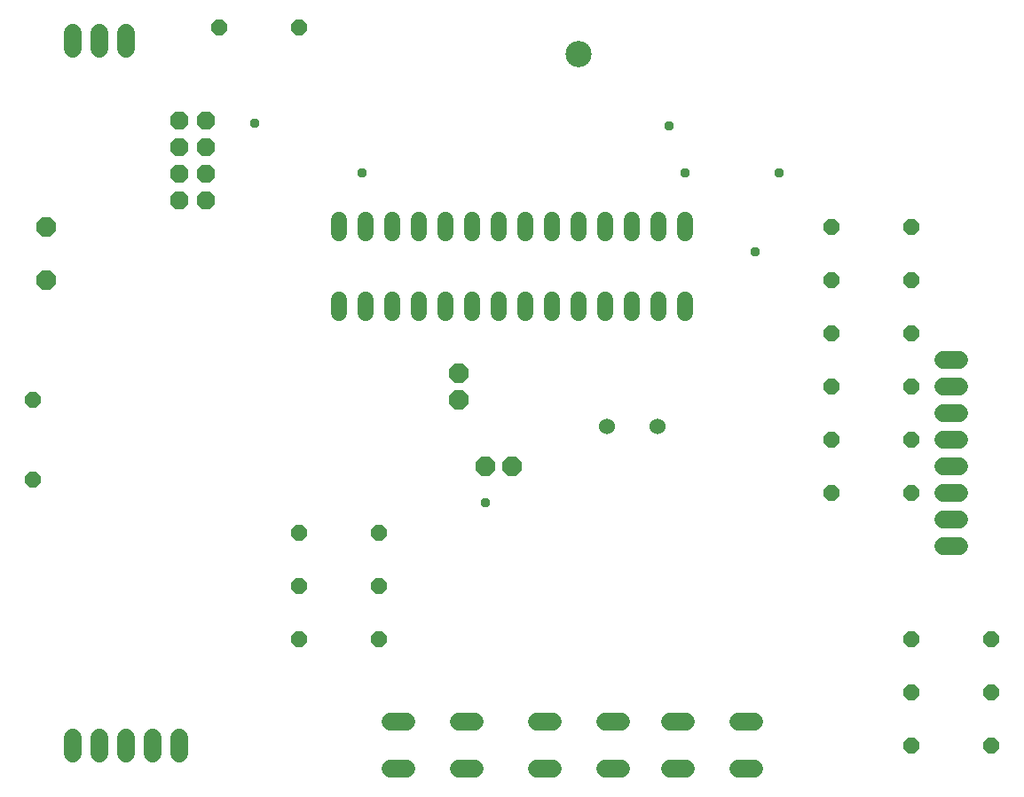
<source format=gbr>
G04 EAGLE Gerber RS-274X export*
G75*
%MOMM*%
%FSLAX34Y34*%
%LPD*%
%INSoldermask Top*%
%IPPOS*%
%AMOC8*
5,1,8,0,0,1.08239X$1,22.5*%
G01*
%ADD10C,1.524000*%
%ADD11P,1.649562X8X292.500000*%
%ADD12C,1.524000*%
%ADD13P,1.951982X8X292.500000*%
%ADD14P,1.951982X8X22.500000*%
%ADD15P,1.869504X8X112.500000*%
%ADD16C,1.727200*%
%ADD17C,2.503200*%
%ADD18P,1.649562X8X22.500000*%
%ADD19C,0.959600*%


D10*
X342900Y475996D02*
X342900Y489204D01*
X368300Y489204D02*
X368300Y475996D01*
X393700Y475996D02*
X393700Y489204D01*
X419100Y489204D02*
X419100Y475996D01*
X444500Y475996D02*
X444500Y489204D01*
X469900Y489204D02*
X469900Y475996D01*
X495300Y475996D02*
X495300Y489204D01*
X520700Y489204D02*
X520700Y475996D01*
X546100Y475996D02*
X546100Y489204D01*
X571500Y489204D02*
X571500Y475996D01*
X596900Y475996D02*
X596900Y489204D01*
X622300Y489204D02*
X622300Y475996D01*
X647700Y475996D02*
X647700Y489204D01*
X673100Y489204D02*
X673100Y475996D01*
X673100Y552196D02*
X673100Y565404D01*
X647700Y565404D02*
X647700Y552196D01*
X622300Y552196D02*
X622300Y565404D01*
X596900Y565404D02*
X596900Y552196D01*
X571500Y552196D02*
X571500Y565404D01*
X546100Y565404D02*
X546100Y552196D01*
X520700Y552196D02*
X520700Y565404D01*
X495300Y565404D02*
X495300Y552196D01*
X469900Y552196D02*
X469900Y565404D01*
X444500Y565404D02*
X444500Y552196D01*
X419100Y552196D02*
X419100Y565404D01*
X393700Y565404D02*
X393700Y552196D01*
X368300Y552196D02*
X368300Y565404D01*
X342900Y565404D02*
X342900Y552196D01*
D11*
X50800Y393700D03*
X50800Y317500D03*
D12*
X598170Y368300D03*
X646430Y368300D03*
D13*
X457200Y419100D03*
X457200Y393700D03*
D14*
X482600Y330200D03*
X508000Y330200D03*
D13*
X63500Y558800D03*
X63500Y508000D03*
D15*
X190500Y584200D03*
X190500Y609600D03*
X190500Y635000D03*
X190500Y660400D03*
X215900Y584200D03*
X215900Y609600D03*
X215900Y635000D03*
X215900Y660400D03*
D16*
X919480Y254000D02*
X934720Y254000D01*
X934720Y279400D02*
X919480Y279400D01*
X919480Y304800D02*
X934720Y304800D01*
X934720Y330200D02*
X919480Y330200D01*
X919480Y355600D02*
X934720Y355600D01*
X934720Y381000D02*
X919480Y381000D01*
X919480Y406400D02*
X934720Y406400D01*
X934720Y431800D02*
X919480Y431800D01*
D17*
X571500Y723900D03*
D18*
X228600Y749300D03*
X304800Y749300D03*
X812800Y558800D03*
X889000Y558800D03*
X812800Y508000D03*
X889000Y508000D03*
X812800Y457200D03*
X889000Y457200D03*
X812800Y406400D03*
X889000Y406400D03*
X812800Y355600D03*
X889000Y355600D03*
X812800Y304800D03*
X889000Y304800D03*
D16*
X88900Y728980D02*
X88900Y744220D01*
X114300Y744220D02*
X114300Y728980D01*
X139700Y728980D02*
X139700Y744220D01*
X88900Y71120D02*
X88900Y55880D01*
X114300Y55880D02*
X114300Y71120D01*
X139700Y71120D02*
X139700Y55880D01*
X165100Y55880D02*
X165100Y71120D01*
X190500Y71120D02*
X190500Y55880D01*
D18*
X304800Y266700D03*
X381000Y266700D03*
X304800Y215900D03*
X381000Y215900D03*
X304800Y165100D03*
X381000Y165100D03*
D16*
X391668Y86106D02*
X406908Y86106D01*
X406908Y40894D02*
X391668Y40894D01*
X456692Y86106D02*
X471932Y86106D01*
X471932Y40894D02*
X456692Y40894D01*
X531368Y86106D02*
X546608Y86106D01*
X546608Y40894D02*
X531368Y40894D01*
X596392Y86106D02*
X611632Y86106D01*
X611632Y40894D02*
X596392Y40894D01*
X658368Y86106D02*
X673608Y86106D01*
X673608Y40894D02*
X658368Y40894D01*
X723392Y86106D02*
X738632Y86106D01*
X738632Y40894D02*
X723392Y40894D01*
D18*
X889000Y165100D03*
X965200Y165100D03*
X889000Y114300D03*
X965200Y114300D03*
X889000Y63500D03*
X965200Y63500D03*
D19*
X365000Y610000D03*
X262500Y657500D03*
X482500Y295000D03*
X657500Y655000D03*
X740000Y535000D03*
X762500Y610000D03*
X672500Y610000D03*
M02*

</source>
